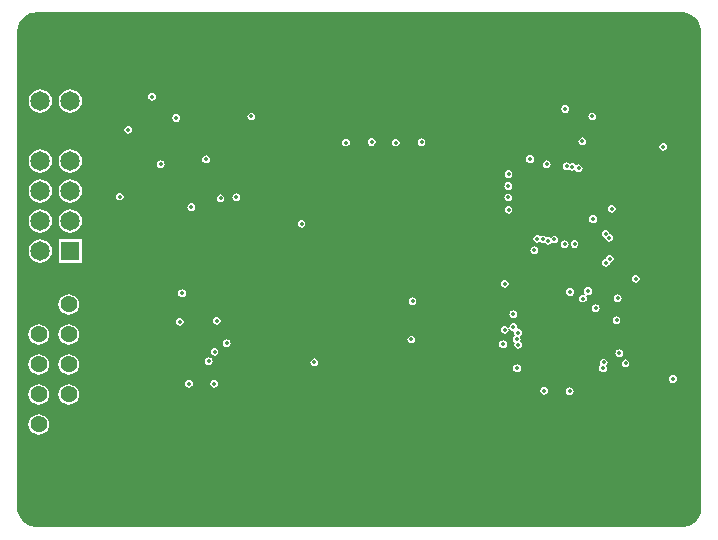
<source format=gbr>
%TF.GenerationSoftware,Altium Limited,Altium Designer,19.1.7 (138)*%
G04 Layer_Physical_Order=2*
G04 Layer_Color=36540*
%FSLAX45Y45*%
%MOMM*%
%TF.FileFunction,Copper,L2,Inr,Signal*%
%TF.Part,Single*%
G01*
G75*
%TA.AperFunction,ComponentPad*%
%ADD53C,1.95000*%
%ADD54R,1.42500X1.42500*%
%ADD55C,1.42500*%
%ADD56R,1.65000X1.65000*%
%ADD57C,1.65000*%
%TA.AperFunction,ViaPad*%
%ADD58C,0.35000*%
G36*
X5600549Y4338038D02*
X5601646Y4337977D01*
X5602739Y4337857D01*
X5603823Y4337677D01*
X5604359Y4337558D01*
X5620723Y4337620D01*
X5652858Y4331410D01*
X5683183Y4319101D01*
X5710554Y4301156D01*
X5733936Y4278255D01*
X5752445Y4251263D01*
X5765381Y4221200D01*
X5772257Y4189201D01*
X5772535Y4172840D01*
X5772535Y4172839D01*
X5772535Y4172797D01*
X5772536Y4172712D01*
X5772538Y4172542D01*
X5772537Y150190D01*
X5772542Y149853D01*
X5772550Y149181D01*
X5772556Y148508D01*
X5772558Y147836D01*
Y131176D01*
X5766257Y99142D01*
X5753891Y68926D01*
X5735926Y41666D01*
X5713037Y18386D01*
X5686084Y-39D01*
X5656083Y-12915D01*
X5624160Y-19759D01*
X5607325Y-20044D01*
X5606297Y-20009D01*
X5605273Y-19921D01*
X5604254Y-19781D01*
X5603749Y-19684D01*
X5603286Y-19773D01*
X5602352Y-19905D01*
X5601413Y-19994D01*
X5600471Y-20038D01*
X163038Y-20038D01*
X150339Y-20035D01*
X133660Y-20298D01*
X101227Y-14385D01*
X70568Y-2264D01*
X42859Y15598D01*
X19161Y38518D01*
X385Y65616D01*
X-12752Y95854D01*
X-19744Y128071D01*
X-20033Y144553D01*
X-20039Y157028D01*
X-20038Y4167358D01*
X-20038Y4167358D01*
X-20039Y4167358D01*
X-20294Y4183549D01*
X-14594Y4215428D01*
X-2896Y4245627D01*
X14369Y4273026D01*
X36561Y4296613D01*
X62859Y4315513D01*
X92289Y4329028D01*
X123763Y4336658D01*
X139939Y4337389D01*
X140558Y4337550D01*
X141814Y4337794D01*
X143083Y4337957D01*
X144360Y4338038D01*
X5600549Y4338038D01*
D02*
G37*
%LPC*%
G36*
X1122680Y3657717D02*
X1109999Y3655194D01*
X1099249Y3648011D01*
X1092066Y3637261D01*
X1089543Y3624580D01*
X1092066Y3611899D01*
X1099249Y3601149D01*
X1109999Y3593966D01*
X1122680Y3591443D01*
X1135361Y3593966D01*
X1146111Y3601149D01*
X1153294Y3611899D01*
X1155817Y3624580D01*
X1153294Y3637261D01*
X1146111Y3648011D01*
X1135361Y3655194D01*
X1122680Y3657717D01*
D02*
G37*
G36*
X430000Y3685841D02*
X404547Y3682490D01*
X380829Y3672666D01*
X360462Y3657038D01*
X344834Y3636671D01*
X335009Y3612953D01*
X331659Y3587500D01*
X335009Y3562047D01*
X344834Y3538329D01*
X360462Y3517962D01*
X380829Y3502334D01*
X404547Y3492510D01*
X430000Y3489159D01*
X455452Y3492510D01*
X479170Y3502334D01*
X499538Y3517962D01*
X515166Y3538329D01*
X524990Y3562047D01*
X528341Y3587500D01*
X524990Y3612953D01*
X515166Y3636671D01*
X499538Y3657038D01*
X479170Y3672666D01*
X455452Y3682490D01*
X430000Y3685841D01*
D02*
G37*
G36*
X176000D02*
X150547Y3682490D01*
X126829Y3672666D01*
X106462Y3657038D01*
X90834Y3636671D01*
X81009Y3612953D01*
X77659Y3587500D01*
X81009Y3562047D01*
X90834Y3538329D01*
X106462Y3517962D01*
X126829Y3502334D01*
X150547Y3492510D01*
X176000Y3489159D01*
X201452Y3492510D01*
X225170Y3502334D01*
X245538Y3517962D01*
X261166Y3538329D01*
X270990Y3562047D01*
X274341Y3587500D01*
X270990Y3612953D01*
X261166Y3636671D01*
X245538Y3657038D01*
X225170Y3672666D01*
X201452Y3682490D01*
X176000Y3685841D01*
D02*
G37*
G36*
X4620260Y3553577D02*
X4607579Y3551054D01*
X4596829Y3543871D01*
X4589646Y3533121D01*
X4587123Y3520440D01*
X4589646Y3507759D01*
X4596829Y3497009D01*
X4607579Y3489826D01*
X4620260Y3487303D01*
X4632941Y3489826D01*
X4643691Y3497009D01*
X4650874Y3507759D01*
X4653397Y3520440D01*
X4650874Y3533121D01*
X4643691Y3543871D01*
X4632941Y3551054D01*
X4620260Y3553577D01*
D02*
G37*
G36*
X4848860Y3490077D02*
X4836179Y3487554D01*
X4825429Y3480371D01*
X4818246Y3469621D01*
X4815723Y3456940D01*
X4818246Y3444259D01*
X4825429Y3433509D01*
X4836179Y3426326D01*
X4848860Y3423803D01*
X4861541Y3426326D01*
X4872291Y3433509D01*
X4879474Y3444259D01*
X4881997Y3456940D01*
X4879474Y3469621D01*
X4872291Y3480371D01*
X4861541Y3487554D01*
X4848860Y3490077D01*
D02*
G37*
G36*
X1963420D02*
X1950739Y3487554D01*
X1939989Y3480371D01*
X1932806Y3469621D01*
X1930283Y3456940D01*
X1932806Y3444259D01*
X1939989Y3433509D01*
X1950739Y3426326D01*
X1963420Y3423803D01*
X1976101Y3426326D01*
X1986851Y3433509D01*
X1994034Y3444259D01*
X1996557Y3456940D01*
X1994034Y3469621D01*
X1986851Y3480371D01*
X1976101Y3487554D01*
X1963420Y3490077D01*
D02*
G37*
G36*
X1326000Y3477496D02*
X1313319Y3474974D01*
X1302569Y3467791D01*
X1295386Y3457041D01*
X1292863Y3444360D01*
X1295386Y3431679D01*
X1302569Y3420929D01*
X1313319Y3413746D01*
X1326000Y3411223D01*
X1338681Y3413746D01*
X1349431Y3420929D01*
X1356614Y3431679D01*
X1359136Y3444360D01*
X1356614Y3457041D01*
X1349431Y3467791D01*
X1338681Y3474974D01*
X1326000Y3477496D01*
D02*
G37*
G36*
X922020Y3378317D02*
X909339Y3375794D01*
X898589Y3368611D01*
X891406Y3357861D01*
X888883Y3345180D01*
X891406Y3332499D01*
X898589Y3321749D01*
X909339Y3314566D01*
X922020Y3312043D01*
X934701Y3314566D01*
X945451Y3321749D01*
X952634Y3332499D01*
X955157Y3345180D01*
X952634Y3357861D01*
X945451Y3368611D01*
X934701Y3375794D01*
X922020Y3378317D01*
D02*
G37*
G36*
X4765040Y3279257D02*
X4752359Y3276734D01*
X4741609Y3269551D01*
X4734426Y3258801D01*
X4731903Y3246120D01*
X4734426Y3233439D01*
X4741609Y3222689D01*
X4752359Y3215506D01*
X4765040Y3212983D01*
X4777721Y3215506D01*
X4788471Y3222689D01*
X4795654Y3233439D01*
X4798177Y3246120D01*
X4795654Y3258801D01*
X4788471Y3269551D01*
X4777721Y3276734D01*
X4765040Y3279257D01*
D02*
G37*
G36*
X2981960Y3274177D02*
X2969279Y3271654D01*
X2958529Y3264471D01*
X2951346Y3253721D01*
X2948823Y3241040D01*
X2951346Y3228359D01*
X2958529Y3217609D01*
X2969279Y3210426D01*
X2981960Y3207903D01*
X2994641Y3210426D01*
X3005391Y3217609D01*
X3012574Y3228359D01*
X3015097Y3241040D01*
X3012574Y3253721D01*
X3005391Y3264471D01*
X2994641Y3271654D01*
X2981960Y3274177D01*
D02*
G37*
G36*
X3403600Y3271637D02*
X3390919Y3269114D01*
X3380169Y3261931D01*
X3372986Y3251181D01*
X3370463Y3238500D01*
X3372986Y3225819D01*
X3380169Y3215069D01*
X3390919Y3207886D01*
X3403600Y3205363D01*
X3416281Y3207886D01*
X3427031Y3215069D01*
X3434214Y3225819D01*
X3436737Y3238500D01*
X3434214Y3251181D01*
X3427031Y3261931D01*
X3416281Y3269114D01*
X3403600Y3271637D01*
D02*
G37*
G36*
X3185160Y3269097D02*
X3172479Y3266574D01*
X3161729Y3259391D01*
X3154546Y3248641D01*
X3152023Y3235960D01*
X3154546Y3223279D01*
X3161729Y3212529D01*
X3172479Y3205346D01*
X3185160Y3202823D01*
X3197841Y3205346D01*
X3208591Y3212529D01*
X3215774Y3223279D01*
X3218297Y3235960D01*
X3215774Y3248641D01*
X3208591Y3259391D01*
X3197841Y3266574D01*
X3185160Y3269097D01*
D02*
G37*
G36*
X2763520D02*
X2750839Y3266574D01*
X2740089Y3259391D01*
X2732906Y3248641D01*
X2730383Y3235960D01*
X2732906Y3223279D01*
X2740089Y3212529D01*
X2750839Y3205346D01*
X2763520Y3202823D01*
X2776201Y3205346D01*
X2786951Y3212529D01*
X2794134Y3223279D01*
X2796657Y3235960D01*
X2794134Y3248641D01*
X2786951Y3259391D01*
X2776201Y3266574D01*
X2763520Y3269097D01*
D02*
G37*
G36*
X5450840Y3233537D02*
X5438159Y3231014D01*
X5427409Y3223831D01*
X5420226Y3213081D01*
X5417703Y3200400D01*
X5420226Y3187719D01*
X5427409Y3176969D01*
X5438159Y3169786D01*
X5450840Y3167263D01*
X5463521Y3169786D01*
X5474271Y3176969D01*
X5481454Y3187719D01*
X5483977Y3200400D01*
X5481454Y3213081D01*
X5474271Y3223831D01*
X5463521Y3231014D01*
X5450840Y3233537D01*
D02*
G37*
G36*
X4323080Y3129397D02*
X4310399Y3126874D01*
X4299649Y3119691D01*
X4292466Y3108941D01*
X4289943Y3096260D01*
X4292466Y3083579D01*
X4299649Y3072829D01*
X4310399Y3065646D01*
X4323080Y3063123D01*
X4335761Y3065646D01*
X4346511Y3072829D01*
X4353694Y3083579D01*
X4356217Y3096260D01*
X4353694Y3108941D01*
X4346511Y3119691D01*
X4335761Y3126874D01*
X4323080Y3129397D01*
D02*
G37*
G36*
X1579880Y3126857D02*
X1567199Y3124334D01*
X1556449Y3117151D01*
X1549266Y3106401D01*
X1546743Y3093720D01*
X1549266Y3081039D01*
X1556449Y3070289D01*
X1567199Y3063106D01*
X1579880Y3060583D01*
X1592561Y3063106D01*
X1603311Y3070289D01*
X1610494Y3081039D01*
X1613017Y3093720D01*
X1610494Y3106401D01*
X1603311Y3117151D01*
X1592561Y3124334D01*
X1579880Y3126857D01*
D02*
G37*
G36*
X1196340Y3086217D02*
X1183659Y3083694D01*
X1172909Y3076511D01*
X1165726Y3065761D01*
X1163203Y3053080D01*
X1165726Y3040399D01*
X1172909Y3029649D01*
X1183659Y3022466D01*
X1196340Y3019943D01*
X1209021Y3022466D01*
X1219771Y3029649D01*
X1226954Y3040399D01*
X1229477Y3053080D01*
X1226954Y3065761D01*
X1219771Y3076511D01*
X1209021Y3083694D01*
X1196340Y3086217D01*
D02*
G37*
G36*
X4464430Y3084567D02*
X4451749Y3082044D01*
X4440999Y3074861D01*
X4433816Y3064111D01*
X4431293Y3051430D01*
X4433816Y3038750D01*
X4440999Y3027999D01*
X4451749Y3020816D01*
X4464430Y3018294D01*
X4477111Y3020816D01*
X4487861Y3027999D01*
X4495044Y3038750D01*
X4497567Y3051430D01*
X4495044Y3064111D01*
X4487861Y3074861D01*
X4477111Y3082044D01*
X4464430Y3084567D01*
D02*
G37*
G36*
X4632960Y3068437D02*
X4620279Y3065914D01*
X4609529Y3058731D01*
X4602346Y3047981D01*
X4599823Y3035300D01*
X4602346Y3022619D01*
X4609529Y3011869D01*
X4620279Y3004686D01*
X4632960Y3002163D01*
X4645641Y3004686D01*
X4655011Y3010947D01*
X4657789Y3006789D01*
X4668539Y2999606D01*
X4681220Y2997083D01*
X4693901Y2999606D01*
X4702580Y3005405D01*
X4703946Y3004839D01*
X4711129Y2994089D01*
X4721879Y2986906D01*
X4734560Y2984383D01*
X4747241Y2986906D01*
X4757991Y2994089D01*
X4765174Y3004839D01*
X4767697Y3017520D01*
X4765174Y3030201D01*
X4757991Y3040951D01*
X4747241Y3048134D01*
X4734560Y3050657D01*
X4721879Y3048134D01*
X4713200Y3042335D01*
X4711834Y3042901D01*
X4704651Y3053651D01*
X4693901Y3060834D01*
X4681220Y3063357D01*
X4668539Y3060834D01*
X4659169Y3054573D01*
X4656391Y3058731D01*
X4645641Y3065914D01*
X4632960Y3068437D01*
D02*
G37*
G36*
X430000Y3177841D02*
X404547Y3174490D01*
X380829Y3164666D01*
X360462Y3149038D01*
X344834Y3128671D01*
X335009Y3104953D01*
X331659Y3079500D01*
X335009Y3054047D01*
X344834Y3030329D01*
X360462Y3009962D01*
X380829Y2994334D01*
X404547Y2984510D01*
X430000Y2981159D01*
X455452Y2984510D01*
X479170Y2994334D01*
X499538Y3009962D01*
X515166Y3030329D01*
X524990Y3054047D01*
X528341Y3079500D01*
X524990Y3104953D01*
X515166Y3128671D01*
X499538Y3149038D01*
X479170Y3164666D01*
X455452Y3174490D01*
X430000Y3177841D01*
D02*
G37*
G36*
X176000D02*
X150547Y3174490D01*
X126829Y3164666D01*
X106462Y3149038D01*
X90834Y3128671D01*
X81009Y3104953D01*
X77659Y3079500D01*
X81009Y3054047D01*
X90834Y3030329D01*
X106462Y3009962D01*
X126829Y2994334D01*
X150547Y2984510D01*
X176000Y2981159D01*
X201452Y2984510D01*
X225170Y2994334D01*
X245538Y3009962D01*
X261166Y3030329D01*
X270990Y3054047D01*
X274341Y3079500D01*
X270990Y3104953D01*
X261166Y3128671D01*
X245538Y3149038D01*
X225170Y3164666D01*
X201452Y3174490D01*
X176000Y3177841D01*
D02*
G37*
G36*
X4140200Y3002397D02*
X4127519Y2999874D01*
X4116769Y2992691D01*
X4109586Y2981941D01*
X4107063Y2969260D01*
X4109586Y2956579D01*
X4116769Y2945829D01*
X4127519Y2938646D01*
X4140200Y2936123D01*
X4152881Y2938646D01*
X4163631Y2945829D01*
X4170814Y2956579D01*
X4173337Y2969260D01*
X4170814Y2981941D01*
X4163631Y2992691D01*
X4152881Y2999874D01*
X4140200Y3002397D01*
D02*
G37*
G36*
X4137660Y2900797D02*
X4124979Y2898274D01*
X4114229Y2891091D01*
X4107046Y2880341D01*
X4104523Y2867660D01*
X4107046Y2854979D01*
X4114229Y2844229D01*
X4124979Y2837046D01*
X4137660Y2834523D01*
X4150341Y2837046D01*
X4161091Y2844229D01*
X4168274Y2854979D01*
X4170797Y2867660D01*
X4168274Y2880341D01*
X4161091Y2891091D01*
X4150341Y2898274D01*
X4137660Y2900797D01*
D02*
G37*
G36*
X848360Y2811897D02*
X835679Y2809374D01*
X824929Y2802191D01*
X817746Y2791441D01*
X815223Y2778760D01*
X817746Y2766079D01*
X824929Y2755329D01*
X835679Y2748146D01*
X848360Y2745623D01*
X861041Y2748146D01*
X871791Y2755329D01*
X878974Y2766079D01*
X881497Y2778760D01*
X878974Y2791441D01*
X871791Y2802191D01*
X861041Y2809374D01*
X848360Y2811897D01*
D02*
G37*
G36*
X1836420Y2806817D02*
X1823739Y2804294D01*
X1812989Y2797111D01*
X1805806Y2786361D01*
X1803283Y2773680D01*
X1805806Y2760999D01*
X1812989Y2750249D01*
X1823739Y2743066D01*
X1836420Y2740543D01*
X1849101Y2743066D01*
X1859851Y2750249D01*
X1867034Y2760999D01*
X1869557Y2773680D01*
X1867034Y2786361D01*
X1859851Y2797111D01*
X1849101Y2804294D01*
X1836420Y2806817D01*
D02*
G37*
G36*
X4137660Y2804277D02*
X4124979Y2801754D01*
X4114229Y2794571D01*
X4107046Y2783821D01*
X4104523Y2771140D01*
X4107046Y2758459D01*
X4114229Y2747709D01*
X4124979Y2740526D01*
X4137660Y2738003D01*
X4150341Y2740526D01*
X4161091Y2747709D01*
X4168274Y2758459D01*
X4170797Y2771140D01*
X4168274Y2783821D01*
X4161091Y2794571D01*
X4150341Y2801754D01*
X4137660Y2804277D01*
D02*
G37*
G36*
X1701800Y2796657D02*
X1689119Y2794134D01*
X1678369Y2786951D01*
X1671186Y2776201D01*
X1668663Y2763520D01*
X1671186Y2750839D01*
X1678369Y2740089D01*
X1689119Y2732906D01*
X1701800Y2730383D01*
X1714481Y2732906D01*
X1725231Y2740089D01*
X1732414Y2750839D01*
X1734937Y2763520D01*
X1732414Y2776201D01*
X1725231Y2786951D01*
X1714481Y2794134D01*
X1701800Y2796657D01*
D02*
G37*
G36*
X430000Y2923841D02*
X404547Y2920490D01*
X380829Y2910666D01*
X360462Y2895038D01*
X344834Y2874671D01*
X335009Y2850953D01*
X331659Y2825500D01*
X335009Y2800047D01*
X344834Y2776329D01*
X360462Y2755962D01*
X380829Y2740334D01*
X404547Y2730510D01*
X430000Y2727159D01*
X455452Y2730510D01*
X479170Y2740334D01*
X499538Y2755962D01*
X515166Y2776329D01*
X524990Y2800047D01*
X528341Y2825500D01*
X524990Y2850953D01*
X515166Y2874671D01*
X499538Y2895038D01*
X479170Y2910666D01*
X455452Y2920490D01*
X430000Y2923841D01*
D02*
G37*
G36*
X176000D02*
X150547Y2920490D01*
X126829Y2910666D01*
X106462Y2895038D01*
X90834Y2874671D01*
X81009Y2850953D01*
X77659Y2825500D01*
X81009Y2800047D01*
X90834Y2776329D01*
X106462Y2755962D01*
X126829Y2740334D01*
X150547Y2730510D01*
X176000Y2727159D01*
X201452Y2730510D01*
X225170Y2740334D01*
X245538Y2755962D01*
X261166Y2776329D01*
X270990Y2800047D01*
X274341Y2825500D01*
X270990Y2850953D01*
X261166Y2874671D01*
X245538Y2895038D01*
X225170Y2910666D01*
X201452Y2920490D01*
X176000Y2923841D01*
D02*
G37*
G36*
X1455420Y2722997D02*
X1442739Y2720474D01*
X1431989Y2713291D01*
X1424806Y2702541D01*
X1422283Y2689860D01*
X1424806Y2677179D01*
X1431989Y2666429D01*
X1442739Y2659246D01*
X1455420Y2656723D01*
X1468101Y2659246D01*
X1478851Y2666429D01*
X1486034Y2677179D01*
X1488557Y2689860D01*
X1486034Y2702541D01*
X1478851Y2713291D01*
X1468101Y2720474D01*
X1455420Y2722997D01*
D02*
G37*
G36*
X5013960Y2707757D02*
X5001279Y2705234D01*
X4990529Y2698051D01*
X4983346Y2687301D01*
X4980823Y2674620D01*
X4983346Y2661939D01*
X4990529Y2651189D01*
X5001279Y2644006D01*
X5013960Y2641483D01*
X5026641Y2644006D01*
X5037391Y2651189D01*
X5044574Y2661939D01*
X5047097Y2674620D01*
X5044574Y2687301D01*
X5037391Y2698051D01*
X5026641Y2705234D01*
X5013960Y2707757D01*
D02*
G37*
G36*
X4140200Y2700137D02*
X4127519Y2697614D01*
X4116769Y2690431D01*
X4109586Y2679681D01*
X4107063Y2667000D01*
X4109586Y2654319D01*
X4116769Y2643569D01*
X4127519Y2636386D01*
X4140200Y2633863D01*
X4152881Y2636386D01*
X4163631Y2643569D01*
X4170814Y2654319D01*
X4173337Y2667000D01*
X4170814Y2679681D01*
X4163631Y2690431D01*
X4152881Y2697614D01*
X4140200Y2700137D01*
D02*
G37*
G36*
X4856480Y2621397D02*
X4843799Y2618874D01*
X4833049Y2611691D01*
X4825866Y2600941D01*
X4823343Y2588260D01*
X4825866Y2575579D01*
X4833049Y2564829D01*
X4843799Y2557646D01*
X4856480Y2555123D01*
X4869161Y2557646D01*
X4879911Y2564829D01*
X4887094Y2575579D01*
X4889617Y2588260D01*
X4887094Y2600941D01*
X4879911Y2611691D01*
X4869161Y2618874D01*
X4856480Y2621397D01*
D02*
G37*
G36*
X2387600Y2580757D02*
X2374919Y2578234D01*
X2364169Y2571051D01*
X2356986Y2560301D01*
X2354463Y2547620D01*
X2356986Y2534939D01*
X2364169Y2524189D01*
X2374919Y2517006D01*
X2387600Y2514483D01*
X2400281Y2517006D01*
X2411031Y2524189D01*
X2418214Y2534939D01*
X2420737Y2547620D01*
X2418214Y2560301D01*
X2411031Y2571051D01*
X2400281Y2578234D01*
X2387600Y2580757D01*
D02*
G37*
G36*
X430000Y2669841D02*
X404547Y2666490D01*
X380829Y2656666D01*
X360462Y2641038D01*
X344834Y2620671D01*
X335009Y2596953D01*
X331659Y2571500D01*
X335009Y2546047D01*
X344834Y2522329D01*
X360462Y2501962D01*
X380829Y2486334D01*
X404547Y2476510D01*
X430000Y2473159D01*
X455452Y2476510D01*
X479170Y2486334D01*
X499538Y2501962D01*
X515166Y2522329D01*
X524990Y2546047D01*
X528341Y2571500D01*
X524990Y2596953D01*
X515166Y2620671D01*
X499538Y2641038D01*
X479170Y2656666D01*
X455452Y2666490D01*
X430000Y2669841D01*
D02*
G37*
G36*
X176000D02*
X150547Y2666490D01*
X126829Y2656666D01*
X106462Y2641038D01*
X90834Y2620671D01*
X81009Y2596953D01*
X77659Y2571500D01*
X81009Y2546047D01*
X90834Y2522329D01*
X106462Y2501962D01*
X126829Y2486334D01*
X150547Y2476510D01*
X176000Y2473159D01*
X201452Y2476510D01*
X225170Y2486334D01*
X245538Y2501962D01*
X261166Y2522329D01*
X270990Y2546047D01*
X274341Y2571500D01*
X270990Y2596953D01*
X261166Y2620671D01*
X245538Y2641038D01*
X225170Y2656666D01*
X201452Y2666490D01*
X176000Y2669841D01*
D02*
G37*
G36*
X4961890Y2495667D02*
X4949209Y2493144D01*
X4938459Y2485961D01*
X4931276Y2475211D01*
X4928753Y2462530D01*
X4931276Y2449849D01*
X4938459Y2439099D01*
X4949209Y2431916D01*
X4960792Y2429612D01*
X4963096Y2418029D01*
X4970279Y2407279D01*
X4981029Y2400096D01*
X4993710Y2397574D01*
X5006391Y2400096D01*
X5017141Y2407279D01*
X5024324Y2418029D01*
X5026846Y2430710D01*
X5024324Y2443391D01*
X5017141Y2454141D01*
X5006391Y2461324D01*
X4994808Y2463628D01*
X4992504Y2475211D01*
X4985321Y2485961D01*
X4974571Y2493144D01*
X4961890Y2495667D01*
D02*
G37*
G36*
X4384040Y2453757D02*
X4371359Y2451234D01*
X4360609Y2444051D01*
X4353426Y2433301D01*
X4350903Y2420620D01*
X4353426Y2407939D01*
X4360609Y2397189D01*
X4371359Y2390006D01*
X4384040Y2387483D01*
X4396721Y2390006D01*
X4405980Y2396193D01*
X4408869Y2391869D01*
X4419619Y2384686D01*
X4432300Y2382164D01*
X4444981Y2384686D01*
X4450359Y2388280D01*
X4454589Y2381949D01*
X4465339Y2374766D01*
X4478020Y2372243D01*
X4490701Y2374766D01*
X4501451Y2381949D01*
X4507360Y2390792D01*
X4516139Y2384926D01*
X4528820Y2382403D01*
X4541501Y2384926D01*
X4552251Y2392109D01*
X4559434Y2402859D01*
X4561957Y2415540D01*
X4559434Y2428221D01*
X4552251Y2438971D01*
X4541501Y2446154D01*
X4528820Y2448677D01*
X4516139Y2446154D01*
X4505389Y2438971D01*
X4499480Y2430128D01*
X4490701Y2435994D01*
X4478020Y2438517D01*
X4465339Y2435994D01*
X4459961Y2432401D01*
X4455731Y2438731D01*
X4444981Y2445914D01*
X4432300Y2448437D01*
X4419619Y2445914D01*
X4410360Y2439727D01*
X4407471Y2444051D01*
X4396721Y2451234D01*
X4384040Y2453757D01*
D02*
G37*
G36*
X4699000Y2410577D02*
X4686319Y2408054D01*
X4675569Y2400871D01*
X4668386Y2390121D01*
X4665863Y2377440D01*
X4668386Y2364759D01*
X4675569Y2354009D01*
X4686319Y2346826D01*
X4699000Y2344303D01*
X4711681Y2346826D01*
X4722431Y2354009D01*
X4729614Y2364759D01*
X4732137Y2377440D01*
X4729614Y2390121D01*
X4722431Y2400871D01*
X4711681Y2408054D01*
X4699000Y2410577D01*
D02*
G37*
G36*
X4615000Y2408307D02*
X4602319Y2405784D01*
X4591569Y2398601D01*
X4584386Y2387851D01*
X4581864Y2375170D01*
X4584386Y2362489D01*
X4591569Y2351739D01*
X4602319Y2344556D01*
X4615000Y2342033D01*
X4627681Y2344556D01*
X4638431Y2351739D01*
X4645614Y2362489D01*
X4648137Y2375170D01*
X4645614Y2387851D01*
X4638431Y2398601D01*
X4627681Y2405784D01*
X4615000Y2408307D01*
D02*
G37*
G36*
X4358640Y2357237D02*
X4345959Y2354714D01*
X4335209Y2347531D01*
X4328026Y2336781D01*
X4325503Y2324100D01*
X4328026Y2311419D01*
X4335209Y2300669D01*
X4345959Y2293486D01*
X4358640Y2290963D01*
X4371321Y2293486D01*
X4382071Y2300669D01*
X4389254Y2311419D01*
X4391777Y2324100D01*
X4389254Y2336781D01*
X4382071Y2347531D01*
X4371321Y2354714D01*
X4358640Y2357237D01*
D02*
G37*
G36*
X527500Y2415000D02*
X332500D01*
Y2220000D01*
X527500D01*
Y2415000D01*
D02*
G37*
G36*
X176000Y2415841D02*
X150547Y2412490D01*
X126829Y2402666D01*
X106462Y2387038D01*
X90834Y2366671D01*
X81009Y2342953D01*
X77659Y2317500D01*
X81009Y2292047D01*
X90834Y2268329D01*
X106462Y2247962D01*
X126829Y2232334D01*
X150547Y2222510D01*
X176000Y2219159D01*
X201452Y2222510D01*
X225170Y2232334D01*
X245538Y2247962D01*
X261166Y2268329D01*
X270990Y2292047D01*
X274341Y2317500D01*
X270990Y2342953D01*
X261166Y2366671D01*
X245538Y2387038D01*
X225170Y2402666D01*
X201452Y2412490D01*
X176000Y2415841D01*
D02*
G37*
G36*
X4996966Y2284363D02*
X4984285Y2281840D01*
X4973535Y2274657D01*
X4966352Y2263907D01*
X4964048Y2252324D01*
X4952466Y2250020D01*
X4941715Y2242837D01*
X4934532Y2232087D01*
X4932010Y2219406D01*
X4934532Y2206726D01*
X4941715Y2195975D01*
X4952466Y2188792D01*
X4965146Y2186270D01*
X4977827Y2188792D01*
X4988577Y2195975D01*
X4995760Y2206726D01*
X4998064Y2218308D01*
X5009647Y2220612D01*
X5020397Y2227795D01*
X5027580Y2238545D01*
X5030103Y2251226D01*
X5027580Y2263907D01*
X5020397Y2274657D01*
X5009647Y2281840D01*
X4996966Y2284363D01*
D02*
G37*
G36*
X5217160Y2115937D02*
X5204479Y2113414D01*
X5193729Y2106231D01*
X5186546Y2095481D01*
X5184023Y2082800D01*
X5186546Y2070119D01*
X5193729Y2059369D01*
X5204479Y2052186D01*
X5217160Y2049663D01*
X5229841Y2052186D01*
X5240591Y2059369D01*
X5247774Y2070119D01*
X5250297Y2082800D01*
X5247774Y2095481D01*
X5240591Y2106231D01*
X5229841Y2113414D01*
X5217160Y2115937D01*
D02*
G37*
G36*
X4107180Y2072757D02*
X4094499Y2070234D01*
X4083749Y2063051D01*
X4076566Y2052301D01*
X4074043Y2039620D01*
X4076566Y2026939D01*
X4083749Y2016189D01*
X4094499Y2009006D01*
X4107180Y2006483D01*
X4119861Y2009006D01*
X4130611Y2016189D01*
X4137794Y2026939D01*
X4140317Y2039620D01*
X4137794Y2052301D01*
X4130611Y2063051D01*
X4119861Y2070234D01*
X4107180Y2072757D01*
D02*
G37*
G36*
X4813300Y2011797D02*
X4800619Y2009274D01*
X4789869Y2002091D01*
X4782686Y1991341D01*
X4780163Y1978660D01*
X4782686Y1965979D01*
X4789869Y1955229D01*
X4782800Y1945774D01*
X4770120Y1948297D01*
X4757439Y1945774D01*
X4746689Y1938591D01*
X4739506Y1927841D01*
X4736983Y1915160D01*
X4739506Y1902479D01*
X4746689Y1891729D01*
X4757439Y1884546D01*
X4770120Y1882023D01*
X4782801Y1884546D01*
X4793551Y1891729D01*
X4800734Y1902479D01*
X4803257Y1915160D01*
X4800734Y1927841D01*
X4793551Y1938591D01*
X4800620Y1948046D01*
X4813300Y1945523D01*
X4825981Y1948046D01*
X4836731Y1955229D01*
X4843914Y1965979D01*
X4846437Y1978660D01*
X4843914Y1991341D01*
X4836731Y2002091D01*
X4825981Y2009274D01*
X4813300Y2011797D01*
D02*
G37*
G36*
X4660900Y2004177D02*
X4648219Y2001654D01*
X4637469Y1994471D01*
X4630286Y1983721D01*
X4627763Y1971040D01*
X4630286Y1958359D01*
X4637469Y1947609D01*
X4648219Y1940426D01*
X4660900Y1937903D01*
X4673581Y1940426D01*
X4684331Y1947609D01*
X4691514Y1958359D01*
X4694037Y1971040D01*
X4691514Y1983721D01*
X4684331Y1994471D01*
X4673581Y2001654D01*
X4660900Y2004177D01*
D02*
G37*
G36*
X1376680Y1994017D02*
X1363999Y1991494D01*
X1353249Y1984311D01*
X1346066Y1973561D01*
X1343543Y1960880D01*
X1346066Y1948199D01*
X1353249Y1937449D01*
X1363999Y1930266D01*
X1376680Y1927743D01*
X1389361Y1930266D01*
X1400111Y1937449D01*
X1407294Y1948199D01*
X1409817Y1960880D01*
X1407294Y1973561D01*
X1400111Y1984311D01*
X1389361Y1991494D01*
X1376680Y1994017D01*
D02*
G37*
G36*
X5064760Y1950837D02*
X5052079Y1948314D01*
X5041329Y1941131D01*
X5034146Y1930381D01*
X5031623Y1917700D01*
X5034146Y1905019D01*
X5041329Y1894269D01*
X5052079Y1887086D01*
X5064760Y1884563D01*
X5077441Y1887086D01*
X5088191Y1894269D01*
X5095374Y1905019D01*
X5097897Y1917700D01*
X5095374Y1930381D01*
X5088191Y1941131D01*
X5077441Y1948314D01*
X5064760Y1950837D01*
D02*
G37*
G36*
X3327400Y1925437D02*
X3314719Y1922914D01*
X3303969Y1915731D01*
X3296786Y1904981D01*
X3294263Y1892300D01*
X3296786Y1879619D01*
X3303969Y1868869D01*
X3314719Y1861686D01*
X3327400Y1859163D01*
X3340081Y1861686D01*
X3350831Y1868869D01*
X3358014Y1879619D01*
X3360537Y1892300D01*
X3358014Y1904981D01*
X3350831Y1915731D01*
X3340081Y1922914D01*
X3327400Y1925437D01*
D02*
G37*
G36*
X4879340Y1867017D02*
X4866659Y1864494D01*
X4855909Y1857311D01*
X4848726Y1846561D01*
X4846203Y1833880D01*
X4848726Y1821199D01*
X4855909Y1810449D01*
X4866659Y1803266D01*
X4879340Y1800743D01*
X4892021Y1803266D01*
X4902771Y1810449D01*
X4909954Y1821199D01*
X4912477Y1833880D01*
X4909954Y1846561D01*
X4902771Y1857311D01*
X4892021Y1864494D01*
X4879340Y1867017D01*
D02*
G37*
G36*
X416500Y1951994D02*
X393984Y1949030D01*
X373003Y1940339D01*
X354986Y1926514D01*
X341161Y1908497D01*
X332470Y1887516D01*
X329506Y1865000D01*
X332470Y1842484D01*
X341161Y1821503D01*
X354986Y1803486D01*
X373003Y1789661D01*
X393984Y1780970D01*
X416500Y1778006D01*
X439016Y1780970D01*
X459997Y1789661D01*
X478014Y1803486D01*
X491839Y1821503D01*
X500530Y1842484D01*
X503494Y1865000D01*
X500530Y1887516D01*
X491839Y1908497D01*
X478014Y1926514D01*
X459997Y1940339D01*
X439016Y1949030D01*
X416500Y1951994D01*
D02*
G37*
G36*
X4179225Y1815292D02*
X4166544Y1812769D01*
X4155794Y1805586D01*
X4148611Y1794836D01*
X4146088Y1782155D01*
X4148611Y1769474D01*
X4155794Y1758724D01*
X4166544Y1751541D01*
X4179225Y1749019D01*
X4191906Y1751541D01*
X4202656Y1758724D01*
X4209839Y1769474D01*
X4212362Y1782155D01*
X4209839Y1794836D01*
X4202656Y1805586D01*
X4191906Y1812769D01*
X4179225Y1815292D01*
D02*
G37*
G36*
X5054600Y1765417D02*
X5041919Y1762894D01*
X5031169Y1755711D01*
X5023986Y1744961D01*
X5021463Y1732280D01*
X5023986Y1719599D01*
X5031169Y1708849D01*
X5041919Y1701666D01*
X5054600Y1699143D01*
X5067281Y1701666D01*
X5078031Y1708849D01*
X5085214Y1719599D01*
X5087737Y1732280D01*
X5085214Y1744961D01*
X5078031Y1755711D01*
X5067281Y1762894D01*
X5054600Y1765417D01*
D02*
G37*
G36*
X1668780Y1760337D02*
X1656099Y1757814D01*
X1645349Y1750631D01*
X1638166Y1739881D01*
X1635643Y1727200D01*
X1638166Y1714519D01*
X1645349Y1703769D01*
X1656099Y1696586D01*
X1668780Y1694063D01*
X1681461Y1696586D01*
X1692211Y1703769D01*
X1699394Y1714519D01*
X1701917Y1727200D01*
X1699394Y1739881D01*
X1692211Y1750631D01*
X1681461Y1757814D01*
X1668780Y1760337D01*
D02*
G37*
G36*
X1356360Y1752717D02*
X1343679Y1750194D01*
X1332929Y1743011D01*
X1325746Y1732261D01*
X1323223Y1719580D01*
X1325746Y1706899D01*
X1332929Y1696149D01*
X1343679Y1688966D01*
X1356360Y1686443D01*
X1369041Y1688966D01*
X1379791Y1696149D01*
X1386974Y1706899D01*
X1389497Y1719580D01*
X1386974Y1732261D01*
X1379791Y1743011D01*
X1369041Y1750194D01*
X1356360Y1752717D01*
D02*
G37*
G36*
X4180840Y1706997D02*
X4168159Y1704474D01*
X4157409Y1697291D01*
X4150226Y1686541D01*
X4147703Y1673860D01*
X4148196Y1670750D01*
X4148195Y1670750D01*
X4148195Y1670750D01*
X4136350Y1665844D01*
X4136049Y1666293D01*
X4130611Y1674431D01*
X4119861Y1681614D01*
X4107180Y1684137D01*
X4094499Y1681614D01*
X4083749Y1674431D01*
X4076566Y1663681D01*
X4074043Y1651000D01*
X4076566Y1638319D01*
X4083749Y1627569D01*
X4094499Y1620386D01*
X4107180Y1617863D01*
X4119861Y1620386D01*
X4130611Y1627569D01*
X4137794Y1638319D01*
X4140317Y1651000D01*
X4139824Y1654110D01*
X4139825Y1654110D01*
X4139825Y1654110D01*
X4151670Y1659016D01*
X4151971Y1658567D01*
X4157409Y1650429D01*
X4168159Y1643246D01*
X4179444Y1641001D01*
X4180888Y1640657D01*
X4189103Y1629418D01*
X4188343Y1625600D01*
X4190866Y1612919D01*
X4196665Y1604240D01*
X4196099Y1602874D01*
X4185349Y1595691D01*
X4178166Y1584941D01*
X4175643Y1572260D01*
X4178166Y1559579D01*
X4185349Y1548829D01*
X4185971Y1548413D01*
X4193406Y1536680D01*
X4190883Y1524000D01*
X4193406Y1511319D01*
X4200589Y1500569D01*
X4211339Y1493386D01*
X4224020Y1490863D01*
X4236701Y1493386D01*
X4247451Y1500569D01*
X4254634Y1511319D01*
X4257157Y1524000D01*
X4254634Y1536681D01*
X4247451Y1547431D01*
X4246829Y1547847D01*
X4239394Y1559580D01*
X4241917Y1572260D01*
X4239394Y1584941D01*
X4233595Y1593620D01*
X4234161Y1594986D01*
X4244911Y1602169D01*
X4252094Y1612919D01*
X4254617Y1625600D01*
X4252094Y1638281D01*
X4244911Y1649031D01*
X4234161Y1656214D01*
X4222876Y1658459D01*
X4221432Y1658803D01*
X4213217Y1670042D01*
X4213977Y1673860D01*
X4211454Y1686541D01*
X4204271Y1697291D01*
X4193521Y1704474D01*
X4180840Y1706997D01*
D02*
G37*
G36*
X3317630Y1601587D02*
X3304949Y1599064D01*
X3294199Y1591881D01*
X3287016Y1581131D01*
X3284493Y1568450D01*
X3287016Y1555769D01*
X3294199Y1545019D01*
X3304949Y1537836D01*
X3317630Y1535313D01*
X3330311Y1537836D01*
X3341061Y1545019D01*
X3348244Y1555769D01*
X3350766Y1568450D01*
X3348244Y1581131D01*
X3341061Y1591881D01*
X3330311Y1599064D01*
X3317630Y1601587D01*
D02*
G37*
G36*
X416500Y1697994D02*
X393984Y1695030D01*
X373003Y1686339D01*
X354986Y1672514D01*
X341161Y1654497D01*
X332470Y1633516D01*
X329506Y1611000D01*
X332470Y1588484D01*
X341161Y1567503D01*
X354986Y1549486D01*
X373003Y1535661D01*
X393984Y1526970D01*
X416500Y1524006D01*
X439016Y1526970D01*
X459997Y1535661D01*
X478014Y1549486D01*
X491839Y1567503D01*
X500530Y1588484D01*
X503494Y1611000D01*
X500530Y1633516D01*
X491839Y1654497D01*
X478014Y1672514D01*
X459997Y1686339D01*
X439016Y1695030D01*
X416500Y1697994D01*
D02*
G37*
G36*
X162500D02*
X139984Y1695030D01*
X119003Y1686339D01*
X100986Y1672514D01*
X87161Y1654497D01*
X78470Y1633516D01*
X75506Y1611000D01*
X78470Y1588484D01*
X87161Y1567503D01*
X100986Y1549486D01*
X119003Y1535661D01*
X139984Y1526970D01*
X162500Y1524006D01*
X185016Y1526970D01*
X205997Y1535661D01*
X224014Y1549486D01*
X237839Y1567503D01*
X246530Y1588484D01*
X249494Y1611000D01*
X246530Y1633516D01*
X237839Y1654497D01*
X224014Y1672514D01*
X205997Y1686339D01*
X185016Y1695030D01*
X162500Y1697994D01*
D02*
G37*
G36*
X1755140Y1569837D02*
X1742459Y1567314D01*
X1731709Y1560131D01*
X1724526Y1549381D01*
X1722003Y1536700D01*
X1724526Y1524019D01*
X1731709Y1513269D01*
X1742459Y1506086D01*
X1755140Y1503563D01*
X1767821Y1506086D01*
X1778571Y1513269D01*
X1785754Y1524019D01*
X1788277Y1536700D01*
X1785754Y1549381D01*
X1778571Y1560131D01*
X1767821Y1567314D01*
X1755140Y1569837D01*
D02*
G37*
G36*
X4094480Y1562217D02*
X4081799Y1559694D01*
X4071049Y1552511D01*
X4063866Y1541761D01*
X4061343Y1529080D01*
X4063866Y1516399D01*
X4071049Y1505649D01*
X4081799Y1498466D01*
X4094480Y1495943D01*
X4107161Y1498466D01*
X4117911Y1505649D01*
X4125094Y1516399D01*
X4127617Y1529080D01*
X4125094Y1541761D01*
X4117911Y1552511D01*
X4107161Y1559694D01*
X4094480Y1562217D01*
D02*
G37*
G36*
X1651480Y1496657D02*
X1638799Y1494134D01*
X1628049Y1486951D01*
X1620866Y1476201D01*
X1618343Y1463520D01*
X1620866Y1450839D01*
X1628049Y1440089D01*
X1638799Y1432906D01*
X1651480Y1430383D01*
X1664161Y1432906D01*
X1674911Y1440089D01*
X1682094Y1450839D01*
X1684616Y1463520D01*
X1682094Y1476201D01*
X1674911Y1486951D01*
X1664161Y1494134D01*
X1651480Y1496657D01*
D02*
G37*
G36*
X5077460Y1486017D02*
X5064779Y1483494D01*
X5054029Y1476311D01*
X5046846Y1465561D01*
X5044323Y1452880D01*
X5046846Y1440199D01*
X5054029Y1429449D01*
X5064779Y1422266D01*
X5077460Y1419743D01*
X5090141Y1422266D01*
X5100891Y1429449D01*
X5108074Y1440199D01*
X5110597Y1452880D01*
X5108074Y1465561D01*
X5100891Y1476311D01*
X5090141Y1483494D01*
X5077460Y1486017D01*
D02*
G37*
G36*
X1602740Y1417437D02*
X1590059Y1414914D01*
X1579309Y1407731D01*
X1572126Y1396981D01*
X1569603Y1384300D01*
X1572126Y1371619D01*
X1579309Y1360869D01*
X1590059Y1353686D01*
X1602740Y1351163D01*
X1615421Y1353686D01*
X1626171Y1360869D01*
X1633354Y1371619D01*
X1635877Y1384300D01*
X1633354Y1396981D01*
X1626171Y1407731D01*
X1615421Y1414914D01*
X1602740Y1417437D01*
D02*
G37*
G36*
X2496820Y1407958D02*
X2484139Y1405435D01*
X2473389Y1398252D01*
X2466206Y1387502D01*
X2463683Y1374821D01*
X2466206Y1362141D01*
X2473389Y1351390D01*
X2484139Y1344207D01*
X2496820Y1341685D01*
X2509501Y1344207D01*
X2520251Y1351390D01*
X2527434Y1362141D01*
X2529957Y1374821D01*
X2527434Y1387502D01*
X2520251Y1398252D01*
X2509501Y1405435D01*
X2496820Y1407958D01*
D02*
G37*
G36*
X5130800Y1399657D02*
X5118119Y1397134D01*
X5107369Y1389951D01*
X5100186Y1379201D01*
X5097663Y1366520D01*
X5100186Y1353839D01*
X5107369Y1343089D01*
X5118119Y1335906D01*
X5130800Y1333383D01*
X5143481Y1335906D01*
X5154231Y1343089D01*
X5161414Y1353839D01*
X5163937Y1366520D01*
X5161414Y1379201D01*
X5154231Y1389951D01*
X5143481Y1397134D01*
X5130800Y1399657D01*
D02*
G37*
G36*
X4945380Y1407277D02*
X4932699Y1404754D01*
X4921949Y1397571D01*
X4914766Y1386821D01*
X4912243Y1374140D01*
X4914766Y1361459D01*
X4921027Y1352089D01*
X4916869Y1349311D01*
X4909686Y1338561D01*
X4907163Y1325880D01*
X4909686Y1313199D01*
X4916869Y1302449D01*
X4927619Y1295266D01*
X4940300Y1292743D01*
X4952981Y1295266D01*
X4963731Y1302449D01*
X4970914Y1313199D01*
X4973437Y1325880D01*
X4970914Y1338561D01*
X4964653Y1347931D01*
X4968811Y1350709D01*
X4975994Y1361459D01*
X4978517Y1374140D01*
X4975994Y1386821D01*
X4968811Y1397571D01*
X4958061Y1404754D01*
X4945380Y1407277D01*
D02*
G37*
G36*
X4212200Y1358137D02*
X4199519Y1355614D01*
X4188769Y1348431D01*
X4181586Y1337681D01*
X4179063Y1325000D01*
X4181586Y1312319D01*
X4188769Y1301569D01*
X4199519Y1294386D01*
X4212200Y1291864D01*
X4224881Y1294386D01*
X4235631Y1301569D01*
X4242814Y1312319D01*
X4245336Y1325000D01*
X4242814Y1337681D01*
X4235631Y1348431D01*
X4224881Y1355614D01*
X4212200Y1358137D01*
D02*
G37*
G36*
X416500Y1443994D02*
X393984Y1441030D01*
X373003Y1432339D01*
X354986Y1418514D01*
X341161Y1400497D01*
X332470Y1379516D01*
X329506Y1357000D01*
X332470Y1334484D01*
X341161Y1313503D01*
X354986Y1295486D01*
X373003Y1281661D01*
X393984Y1272970D01*
X416500Y1270006D01*
X439016Y1272970D01*
X459997Y1281661D01*
X478014Y1295486D01*
X491839Y1313503D01*
X500530Y1334484D01*
X503494Y1357000D01*
X500530Y1379516D01*
X491839Y1400497D01*
X478014Y1418514D01*
X459997Y1432339D01*
X439016Y1441030D01*
X416500Y1443994D01*
D02*
G37*
G36*
X162500D02*
X139984Y1441030D01*
X119003Y1432339D01*
X100986Y1418514D01*
X87161Y1400497D01*
X78470Y1379516D01*
X75506Y1357000D01*
X78470Y1334484D01*
X87161Y1313503D01*
X100986Y1295486D01*
X119003Y1281661D01*
X139984Y1272970D01*
X162500Y1270006D01*
X185016Y1272970D01*
X205997Y1281661D01*
X224014Y1295486D01*
X237839Y1313503D01*
X246530Y1334484D01*
X249494Y1357000D01*
X246530Y1379516D01*
X237839Y1400497D01*
X224014Y1418514D01*
X205997Y1432339D01*
X185016Y1441030D01*
X162500Y1443994D01*
D02*
G37*
G36*
X5532120Y1267577D02*
X5519439Y1265054D01*
X5508689Y1257871D01*
X5501506Y1247121D01*
X5498983Y1234440D01*
X5501506Y1221759D01*
X5508689Y1211009D01*
X5519439Y1203826D01*
X5532120Y1201303D01*
X5544801Y1203826D01*
X5555551Y1211009D01*
X5562734Y1221759D01*
X5565257Y1234440D01*
X5562734Y1247121D01*
X5555551Y1257871D01*
X5544801Y1265054D01*
X5532120Y1267577D01*
D02*
G37*
G36*
X1648460Y1226937D02*
X1635779Y1224414D01*
X1625029Y1217231D01*
X1617846Y1206481D01*
X1615323Y1193800D01*
X1617846Y1181119D01*
X1625029Y1170369D01*
X1635779Y1163186D01*
X1648460Y1160663D01*
X1661141Y1163186D01*
X1671891Y1170369D01*
X1679074Y1181119D01*
X1681597Y1193800D01*
X1679074Y1206481D01*
X1671891Y1217231D01*
X1661141Y1224414D01*
X1648460Y1226937D01*
D02*
G37*
G36*
X1434220D02*
X1421539Y1224414D01*
X1410789Y1217231D01*
X1403606Y1206481D01*
X1401083Y1193800D01*
X1403606Y1181119D01*
X1410789Y1170369D01*
X1421539Y1163186D01*
X1434220Y1160663D01*
X1446901Y1163186D01*
X1457651Y1170369D01*
X1464834Y1181119D01*
X1467356Y1193800D01*
X1464834Y1206481D01*
X1457651Y1217231D01*
X1446901Y1224414D01*
X1434220Y1226937D01*
D02*
G37*
G36*
X4442460Y1168517D02*
X4429779Y1165994D01*
X4419029Y1158811D01*
X4411846Y1148061D01*
X4409323Y1135380D01*
X4411846Y1122699D01*
X4419029Y1111949D01*
X4429779Y1104766D01*
X4442460Y1102243D01*
X4455141Y1104766D01*
X4465891Y1111949D01*
X4473074Y1122699D01*
X4475597Y1135380D01*
X4473074Y1148061D01*
X4465891Y1158811D01*
X4455141Y1165994D01*
X4442460Y1168517D01*
D02*
G37*
G36*
X4658360Y1163437D02*
X4645679Y1160914D01*
X4634929Y1153731D01*
X4627746Y1142981D01*
X4625223Y1130300D01*
X4627746Y1117619D01*
X4634929Y1106869D01*
X4645679Y1099686D01*
X4658360Y1097163D01*
X4671041Y1099686D01*
X4681791Y1106869D01*
X4688974Y1117619D01*
X4691497Y1130300D01*
X4688974Y1142981D01*
X4681791Y1153731D01*
X4671041Y1160914D01*
X4658360Y1163437D01*
D02*
G37*
G36*
X416500Y1189994D02*
X393984Y1187030D01*
X373003Y1178339D01*
X354986Y1164514D01*
X341161Y1146497D01*
X332470Y1125516D01*
X329506Y1103000D01*
X332470Y1080484D01*
X341161Y1059503D01*
X354986Y1041486D01*
X373003Y1027661D01*
X393984Y1018970D01*
X416500Y1016006D01*
X439016Y1018970D01*
X459997Y1027661D01*
X478014Y1041486D01*
X491839Y1059503D01*
X500530Y1080484D01*
X503494Y1103000D01*
X500530Y1125516D01*
X491839Y1146497D01*
X478014Y1164514D01*
X459997Y1178339D01*
X439016Y1187030D01*
X416500Y1189994D01*
D02*
G37*
G36*
X162500D02*
X139984Y1187030D01*
X119003Y1178339D01*
X100986Y1164514D01*
X87161Y1146497D01*
X78470Y1125516D01*
X75506Y1103000D01*
X78470Y1080484D01*
X87161Y1059503D01*
X100986Y1041486D01*
X119003Y1027661D01*
X139984Y1018970D01*
X162500Y1016006D01*
X185016Y1018970D01*
X205997Y1027661D01*
X224014Y1041486D01*
X237839Y1059503D01*
X246530Y1080484D01*
X249494Y1103000D01*
X246530Y1125516D01*
X237839Y1146497D01*
X224014Y1164514D01*
X205997Y1178339D01*
X185016Y1187030D01*
X162500Y1189994D01*
D02*
G37*
G36*
Y935994D02*
X139984Y933030D01*
X119003Y924339D01*
X100986Y910514D01*
X87161Y892497D01*
X78470Y871516D01*
X75506Y849000D01*
X78470Y826484D01*
X87161Y805503D01*
X100986Y787486D01*
X119003Y773661D01*
X139984Y764970D01*
X162500Y762006D01*
X185016Y764970D01*
X205997Y773661D01*
X224014Y787486D01*
X237839Y805503D01*
X246530Y826484D01*
X249494Y849000D01*
X246530Y871516D01*
X237839Y892497D01*
X224014Y910514D01*
X205997Y924339D01*
X185016Y933030D01*
X162500Y935994D01*
D02*
G37*
%LPD*%
D53*
X5479500Y2590000D02*
D03*
Y1930000D02*
D03*
D54*
X162500Y1865000D02*
D03*
D55*
X416500D02*
D03*
X162500Y1611000D02*
D03*
X416500D02*
D03*
X162500Y1357000D02*
D03*
X416500D02*
D03*
X162500Y1103000D02*
D03*
X416500D02*
D03*
X162500Y849000D02*
D03*
X416500D02*
D03*
D56*
X430000Y2317500D02*
D03*
D57*
X176000D02*
D03*
X430000Y2571500D02*
D03*
X176000D02*
D03*
X430000Y2825500D02*
D03*
X176000D02*
D03*
X430000Y3079500D02*
D03*
X176000D02*
D03*
X430000Y3333500D02*
D03*
X176000D02*
D03*
X430000Y3587500D02*
D03*
X176000D02*
D03*
D58*
X4478020Y2405380D02*
D03*
X4528820Y2415540D02*
D03*
X4681220Y3030220D02*
D03*
X4432300Y2415300D02*
D03*
X4137660Y2771140D02*
D03*
Y2867660D02*
D03*
X4140200Y2969260D02*
D03*
X4996966Y2251226D02*
D03*
X4993710Y2430710D02*
D03*
X4961890Y2462530D02*
D03*
X4384040Y2420620D02*
D03*
X4211960Y3621140D02*
D03*
X4867280Y3984360D02*
D03*
X5362580Y4022460D02*
D03*
X5692780Y2668640D02*
D03*
X5700400Y3222360D02*
D03*
X5685160Y3753220D02*
D03*
X5601340Y4207880D02*
D03*
X5037460Y4235820D02*
D03*
X4445640Y4243440D02*
D03*
X3990980Y4068180D02*
D03*
X3724280Y3659240D02*
D03*
X3561720Y4220580D02*
D03*
X3005460Y4228200D02*
D03*
X2461900Y4210420D02*
D03*
X2555880Y3278240D02*
D03*
X2566040Y3763380D02*
D03*
X2167260Y3456040D02*
D03*
X1369700Y4187560D02*
D03*
X2152020Y3877680D02*
D03*
X1887860Y4182480D02*
D03*
X1349380Y3936100D02*
D03*
X836300Y4141840D02*
D03*
X762640Y3740520D02*
D03*
X285120Y4012300D02*
D03*
X927740Y2975980D02*
D03*
X655960Y2043800D02*
D03*
X3615060Y3138540D02*
D03*
X5474340Y2887080D02*
D03*
X5390520Y1566280D02*
D03*
X2964820Y895720D02*
D03*
X3582040Y1200520D02*
D03*
X2063120Y1401180D02*
D03*
X2799720Y1533260D02*
D03*
X236860Y334380D02*
D03*
X711840Y387720D02*
D03*
X1550040Y359780D02*
D03*
X1931040Y372480D02*
D03*
X2459360Y1048120D02*
D03*
X5253360Y273420D02*
D03*
X4758060Y451220D02*
D03*
X4399920Y161660D02*
D03*
X4204340Y532500D02*
D03*
X3693800Y232780D02*
D03*
X2969900Y192140D02*
D03*
X3366140Y601080D02*
D03*
X3818260Y890640D02*
D03*
X3797940Y2211440D02*
D03*
X3498220Y2442580D02*
D03*
X2929260Y2996300D02*
D03*
X2408560Y3603360D02*
D03*
X2212980Y3146160D02*
D03*
X2576200Y2904860D02*
D03*
X2286640Y2813420D02*
D03*
X2548260Y2594980D02*
D03*
X4940300Y1325880D02*
D03*
X4734560Y3017520D02*
D03*
X4632960Y3035300D02*
D03*
X4323080Y3096260D02*
D03*
X4358640Y2324100D02*
D03*
X4813300Y1978660D02*
D03*
X4770120Y1915160D02*
D03*
X4660900Y1971040D02*
D03*
X4775000Y2050000D02*
D03*
X1668780Y1727200D02*
D03*
X680000Y1410000D02*
D03*
X1648460Y1193800D02*
D03*
X1434220D02*
D03*
X1602740Y1384300D02*
D03*
X1800860Y1313180D02*
D03*
X4965146Y2219406D02*
D03*
X4904740Y2204720D02*
D03*
X4094480Y1529080D02*
D03*
X4945380Y1374140D02*
D03*
X5077460Y1452880D02*
D03*
X5067300Y1361440D02*
D03*
X4180840Y1673860D02*
D03*
X4107180Y2039620D02*
D03*
X4179225Y1782155D02*
D03*
X4371340Y2237740D02*
D03*
X4589780Y3070860D02*
D03*
X4208780Y1572260D02*
D03*
X4221480Y1625600D02*
D03*
X5130800Y1366520D02*
D03*
X4699000Y2377440D02*
D03*
X4879340Y1833880D02*
D03*
X4765040Y3246120D02*
D03*
X4464430Y3051430D02*
D03*
X4856480Y2588260D02*
D03*
X5013960Y2674620D02*
D03*
X4615000Y2375170D02*
D03*
X2496820Y1374821D02*
D03*
X2387600Y2547620D02*
D03*
X1455420Y2689860D02*
D03*
X4658360Y1130300D02*
D03*
X4442460Y1135380D02*
D03*
X5054600Y1732280D02*
D03*
X4107180Y1651000D02*
D03*
X4224020Y1524000D02*
D03*
X1122680Y3624580D02*
D03*
X922020Y3345180D02*
D03*
X848360Y2778760D02*
D03*
X1525000Y1795000D02*
D03*
X5532120Y1234440D02*
D03*
X5064760Y1917700D02*
D03*
X5217160Y2082800D02*
D03*
X5450840Y3200400D02*
D03*
X4848860Y3456940D02*
D03*
X4620260Y3520440D02*
D03*
X1356360Y1719580D02*
D03*
X1376680Y1960880D02*
D03*
X4494920Y2625000D02*
D03*
X4569920D02*
D03*
X4644920D02*
D03*
Y2700000D02*
D03*
X4569920D02*
D03*
X4494920D02*
D03*
Y2775000D02*
D03*
X4569920D02*
D03*
X4644920D02*
D03*
X4719920D02*
D03*
Y2700000D02*
D03*
Y2625000D02*
D03*
Y2550000D02*
D03*
X4644920D02*
D03*
X4569920D02*
D03*
X4494920D02*
D03*
X4419920D02*
D03*
Y2625000D02*
D03*
Y2700000D02*
D03*
Y2775000D02*
D03*
X4719920Y2850000D02*
D03*
X4644920D02*
D03*
X4569920D02*
D03*
X4494920D02*
D03*
X4419920D02*
D03*
X4212200Y1325000D02*
D03*
X1963420Y3456940D02*
D03*
X1755140Y1536700D02*
D03*
X1836420Y2773680D02*
D03*
X1651480Y1463520D02*
D03*
X1196340Y3053080D02*
D03*
X1579880Y3093720D02*
D03*
X1326000Y3444360D02*
D03*
X1701800Y2763520D02*
D03*
X2763520Y3235960D02*
D03*
X4140200Y2667000D02*
D03*
X2981960Y3241040D02*
D03*
X3185160Y3235960D02*
D03*
X3403600Y3238500D02*
D03*
X3327400Y1892300D02*
D03*
X3317630Y1568450D02*
D03*
X764540Y3345180D02*
D03*
X1960880Y2786380D02*
D03*
X723900Y2880360D02*
D03*
X1231900Y2590800D02*
D03*
X1229360Y2458720D02*
D03*
X3495040Y4041140D02*
D03*
X2677160Y4036060D02*
D03*
X4518660Y4038600D02*
D03*
X5059680Y3776980D02*
D03*
X5196840Y3545840D02*
D03*
X4853940Y3543300D02*
D03*
X5331460Y3075940D02*
D03*
X5237480Y3187700D02*
D03*
X5059680Y2087880D02*
D03*
X5062220Y2367280D02*
D03*
X5237480Y2479040D02*
D03*
X5214620Y2428240D02*
D03*
X5595620Y2138680D02*
D03*
X5593080Y2379980D02*
D03*
X5232400Y2682240D02*
D03*
X5011420Y2588260D02*
D03*
X5085080Y2837180D02*
D03*
X4904740Y2969260D02*
D03*
X4859020Y3241040D02*
D03*
X4559300Y3172460D02*
D03*
X4333240Y3175000D02*
D03*
X4010660Y3060700D02*
D03*
X4071620Y2611120D02*
D03*
X5225000Y1825000D02*
D03*
X4975000Y1925000D02*
D03*
X5050000Y1825000D02*
D03*
X4600000Y1500000D02*
D03*
X4500000D02*
D03*
Y1600000D02*
D03*
X4600000D02*
D03*
X4780080D02*
D03*
Y1500000D02*
D03*
X4600000Y1400000D02*
D03*
X4500000D02*
D03*
X4400000D02*
D03*
X4405080Y1500000D02*
D03*
Y1600000D02*
D03*
X4780080Y1700000D02*
D03*
X4600000D02*
D03*
X4500000D02*
D03*
X4405080D02*
D03*
X5260000Y1307500D02*
D03*
X4965000Y1217500D02*
D03*
X5192500Y987500D02*
D03*
X4895000Y745000D02*
D03*
X4665000Y1047500D02*
D03*
X4325000Y1045000D02*
D03*
X4012500Y2035000D02*
D03*
X4017500Y1745000D02*
D03*
X3907500Y1662500D02*
D03*
X3392500Y1220000D02*
D03*
X2987500Y1225000D02*
D03*
X2922500Y1820000D02*
D03*
X3142500Y2010000D02*
D03*
X3000000Y2432500D02*
D03*
X3100000Y2440000D02*
D03*
X2595000D02*
D03*
X2347500Y1315000D02*
D03*
X2607500Y1497500D02*
D03*
X2615000Y1692500D02*
D03*
X2400000Y2140000D02*
D03*
X2182500D02*
D03*
X2115000Y2365000D02*
D03*
X1917500Y2367500D02*
D03*
X972500Y2212500D02*
D03*
X1052500Y1962500D02*
D03*
X955000Y1867500D02*
D03*
X1547500D02*
D03*
X1500000Y1515000D02*
D03*
X1350000Y1567500D02*
D03*
X1555000Y1717500D02*
D03*
X1820000Y1872500D02*
D03*
X1845000Y1730000D02*
D03*
X1847500Y1627500D02*
D03*
X1822500Y1482500D02*
D03*
X1825000Y1377500D02*
D03*
X2922500Y682500D02*
D03*
X2067500Y695000D02*
D03*
X1785000Y695000D02*
D03*
X935000Y700000D02*
D03*
X915000Y965000D02*
D03*
X952500Y1717500D02*
D03*
X822500Y1470000D02*
D03*
X780000Y1355000D02*
D03*
%TF.MD5,a01d2234272b4cd8c0e8037ec0e2c6c0*%
M02*

</source>
